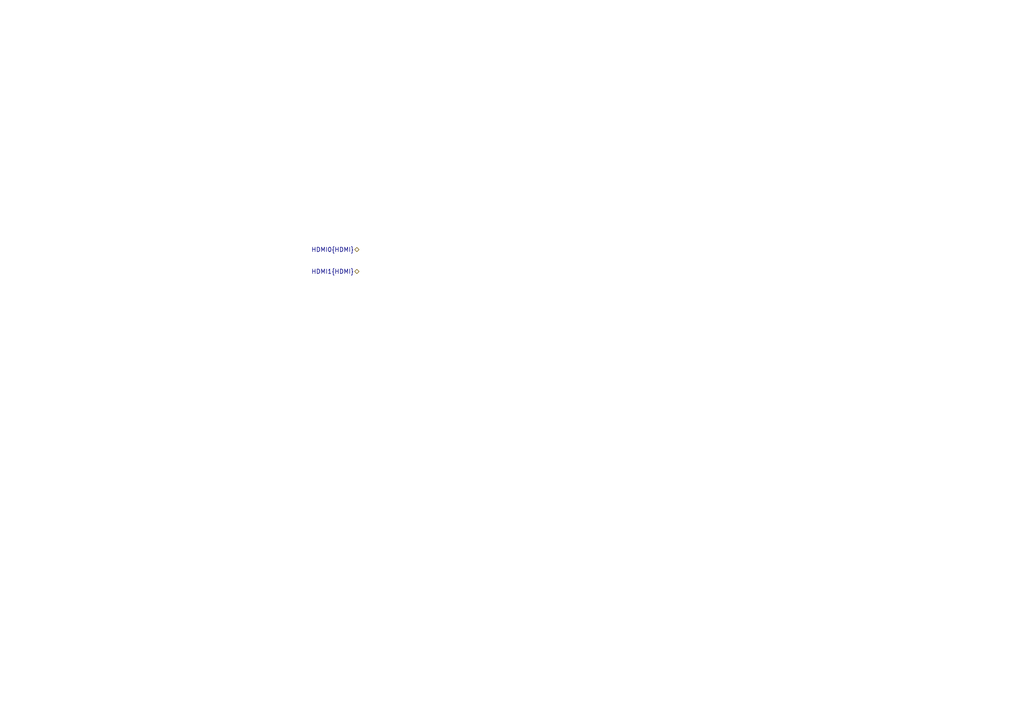
<source format=kicad_sch>
(kicad_sch
	(version 20250114)
	(generator "eeschema")
	(generator_version "9.0")
	(uuid "2c6c02c4-5d5b-49af-8093-275cf0ad4493")
	(paper "A4")
	(lib_symbols)
	(hierarchical_label "HDMI1{HDMI}"
		(shape bidirectional)
		(at 104.14 78.74 180)
		(effects
			(font
				(size 1.27 1.27)
			)
			(justify right)
		)
		(uuid "9b7b96d1-ae7a-4692-a01f-57355b615315")
	)
	(hierarchical_label "HDMI0{HDMI}"
		(shape bidirectional)
		(at 104.14 72.39 180)
		(effects
			(font
				(size 1.27 1.27)
			)
			(justify right)
		)
		(uuid "b464d7a0-dd94-4d6a-9830-7a8e37e697a2")
	)
)

</source>
